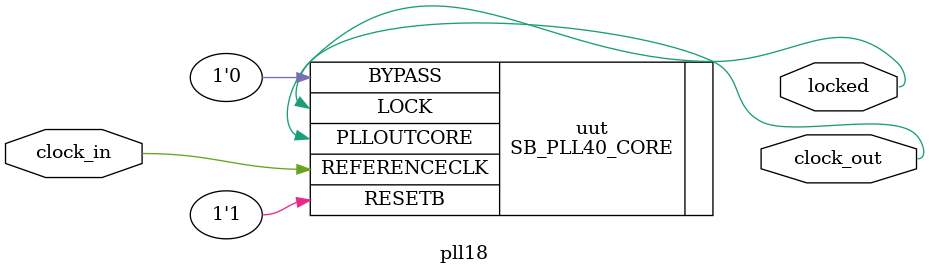
<source format=v>
/**
 * PLL configuration
 *
 * This Verilog module was generated automatically
 * using the icepll tool from the IceStorm project.
 * Use at your own risk.
 *
 * Given input frequency:        12.000 MHz
 * Requested output frequency:   18.000 MHz
 * Achieved output frequency:    18.000 MHz
 */

module pll18(
	input  clock_in,
	output clock_out,
	output locked
	);

SB_PLL40_CORE #(
		.FEEDBACK_PATH("SIMPLE"),
		.DIVR(4'b0000),		// DIVR =  0
		.DIVF(7'b0101111),	// DIVF = 47
		.DIVQ(3'b101),		// DIVQ =  5
		.FILTER_RANGE(3'b001)	// FILTER_RANGE = 1
	) uut (
		.LOCK(locked),
		.RESETB(1'b1),
		.BYPASS(1'b0),
		.REFERENCECLK(clock_in),
		.PLLOUTCORE(clock_out)
		);

endmodule

</source>
